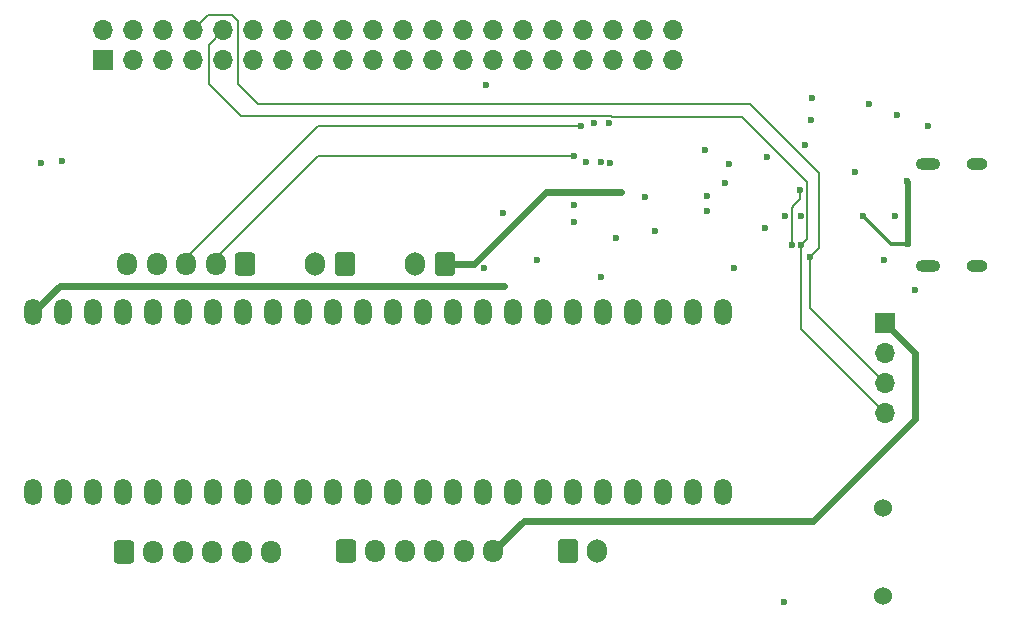
<source format=gbr>
%TF.GenerationSoftware,KiCad,Pcbnew,8.0.8*%
%TF.CreationDate,2025-03-09T10:32:03-07:00*%
%TF.ProjectId,live-video-multi-function-board,6c697665-2d76-4696-9465-6f2d6d756c74,rev?*%
%TF.SameCoordinates,Original*%
%TF.FileFunction,Copper,L4,Bot*%
%TF.FilePolarity,Positive*%
%FSLAX46Y46*%
G04 Gerber Fmt 4.6, Leading zero omitted, Abs format (unit mm)*
G04 Created by KiCad (PCBNEW 8.0.8) date 2025-03-09 10:32:03*
%MOMM*%
%LPD*%
G01*
G04 APERTURE LIST*
G04 Aperture macros list*
%AMRoundRect*
0 Rectangle with rounded corners*
0 $1 Rounding radius*
0 $2 $3 $4 $5 $6 $7 $8 $9 X,Y pos of 4 corners*
0 Add a 4 corners polygon primitive as box body*
4,1,4,$2,$3,$4,$5,$6,$7,$8,$9,$2,$3,0*
0 Add four circle primitives for the rounded corners*
1,1,$1+$1,$2,$3*
1,1,$1+$1,$4,$5*
1,1,$1+$1,$6,$7*
1,1,$1+$1,$8,$9*
0 Add four rect primitives between the rounded corners*
20,1,$1+$1,$2,$3,$4,$5,0*
20,1,$1+$1,$4,$5,$6,$7,0*
20,1,$1+$1,$6,$7,$8,$9,0*
20,1,$1+$1,$8,$9,$2,$3,0*%
G04 Aperture macros list end*
%TA.AperFunction,ComponentPad*%
%ADD10RoundRect,0.250000X-0.600000X-0.750000X0.600000X-0.750000X0.600000X0.750000X-0.600000X0.750000X0*%
%TD*%
%TA.AperFunction,ComponentPad*%
%ADD11O,1.700000X2.000000*%
%TD*%
%TA.AperFunction,ComponentPad*%
%ADD12RoundRect,0.250000X0.600000X0.750000X-0.600000X0.750000X-0.600000X-0.750000X0.600000X-0.750000X0*%
%TD*%
%TA.AperFunction,ComponentPad*%
%ADD13RoundRect,0.250000X-0.600000X-0.725000X0.600000X-0.725000X0.600000X0.725000X-0.600000X0.725000X0*%
%TD*%
%TA.AperFunction,ComponentPad*%
%ADD14O,1.700000X1.950000*%
%TD*%
%TA.AperFunction,ComponentPad*%
%ADD15RoundRect,0.250000X0.600000X0.725000X-0.600000X0.725000X-0.600000X-0.725000X0.600000X-0.725000X0*%
%TD*%
%TA.AperFunction,HeatsinkPad*%
%ADD16O,2.100000X1.000000*%
%TD*%
%TA.AperFunction,HeatsinkPad*%
%ADD17O,1.800000X1.000000*%
%TD*%
%TA.AperFunction,ComponentPad*%
%ADD18R,1.700000X1.700000*%
%TD*%
%TA.AperFunction,ComponentPad*%
%ADD19O,1.700000X1.700000*%
%TD*%
%TA.AperFunction,ComponentPad*%
%ADD20C,1.524000*%
%TD*%
%TA.AperFunction,ComponentPad*%
%ADD21O,1.500000X2.250000*%
%TD*%
%TA.AperFunction,ViaPad*%
%ADD22C,0.600000*%
%TD*%
%TA.AperFunction,Conductor*%
%ADD23C,0.609600*%
%TD*%
%TA.AperFunction,Conductor*%
%ADD24C,0.508000*%
%TD*%
%TA.AperFunction,Conductor*%
%ADD25C,0.300000*%
%TD*%
%TA.AperFunction,Conductor*%
%ADD26C,0.152400*%
%TD*%
%TA.AperFunction,Conductor*%
%ADD27C,0.200000*%
%TD*%
G04 APERTURE END LIST*
D10*
%TO.P,J8,1,Pin_1*%
%TO.N,+3.3V*%
X152500000Y-114400000D03*
D11*
%TO.P,J8,2,Pin_2*%
%TO.N,GND*%
X155000000Y-114400000D03*
%TD*%
D12*
%TO.P,J4,1,Pin_1*%
%TO.N,VBAT*%
X142100000Y-90060000D03*
D11*
%TO.P,J4,2,Pin_2*%
%TO.N,Net-(J4-Pin_2)*%
X139600000Y-90060000D03*
%TD*%
D13*
%TO.P,J9,1,Pin_1*%
%TO.N,SDN*%
X114900000Y-114425000D03*
D14*
%TO.P,J9,2,Pin_2*%
%TO.N,GPIO3*%
X117400000Y-114425000D03*
%TO.P,J9,3,Pin_3*%
%TO.N,GPIO2*%
X119900000Y-114425000D03*
%TO.P,J9,4,Pin_4*%
%TO.N,GPIO1*%
X122400000Y-114425000D03*
%TO.P,J9,5,Pin_5*%
%TO.N,GPIO0*%
X124900000Y-114425000D03*
%TO.P,J9,6,Pin_6*%
%TO.N,IRQ*%
X127400000Y-114425000D03*
%TD*%
D15*
%TO.P,J1,1,Pin_1*%
%TO.N,GND*%
X125200000Y-90060000D03*
D14*
%TO.P,J1,2,Pin_2*%
%TO.N,PWR*%
X122700000Y-90060000D03*
%TO.P,J1,3,Pin_3*%
%TO.N,IN_TG*%
X120200000Y-90060000D03*
%TO.P,J1,4,Pin_4*%
%TO.N,TXC*%
X117700000Y-90060000D03*
%TO.P,J1,5,Pin_5*%
%TO.N,RXC*%
X115200000Y-90060000D03*
%TD*%
D16*
%TO.P,J10,S1,SHIELD*%
%TO.N,GND*%
X183000000Y-90280000D03*
D17*
X187180000Y-90280000D03*
D16*
X183000000Y-81640000D03*
D17*
X187180000Y-81640000D03*
%TD*%
D18*
%TO.P,J6,1,Pin_1*%
%TO.N,+5V*%
X179350000Y-95040000D03*
D19*
%TO.P,J6,2,Pin_2*%
%TO.N,GND*%
X179350000Y-97580000D03*
%TO.P,J6,3,Pin_3*%
%TO.N,TXD*%
X179350000Y-100120000D03*
%TO.P,J6,4,Pin_4*%
%TO.N,RXD*%
X179350000Y-102660000D03*
%TD*%
D12*
%TO.P,J7,1,Pin_1*%
%TO.N,Net-(J4-Pin_2)*%
X133650000Y-90060000D03*
D11*
%TO.P,J7,2,Pin_2*%
%TO.N,GND*%
X131150000Y-90060000D03*
%TD*%
D20*
%TO.P,BZ1,1,-*%
%TO.N,Net-(BZ1--)*%
X179200000Y-110710000D03*
%TO.P,BZ1,2,+*%
%TO.N,GND*%
X179200000Y-118210000D03*
%TD*%
D13*
%TO.P,J3,1,Pin_1*%
%TO.N,CS*%
X133700000Y-114400000D03*
D14*
%TO.P,J3,2,Pin_2*%
%TO.N,MOSI*%
X136200000Y-114400000D03*
%TO.P,J3,3,Pin_3*%
%TO.N,MISO*%
X138700000Y-114400000D03*
%TO.P,J3,4,Pin_4*%
%TO.N,SCLK*%
X141200000Y-114400000D03*
%TO.P,J3,5,Pin_5*%
%TO.N,GND*%
X143700000Y-114400000D03*
%TO.P,J3,6,Pin_6*%
%TO.N,+5V*%
X146200000Y-114400000D03*
%TD*%
D21*
%TO.P,Teensy4.1,0,RX1*%
%TO.N,unconnected-(Teensy4.1-RX1-Pad0)*%
X109770000Y-109400000D03*
%TO.P,Teensy4.1,1,TX1*%
%TO.N,unconnected-(Teensy4.1-TX1-Pad1)*%
X112310000Y-109400000D03*
%TO.P,Teensy4.1,2,PWM*%
%TO.N,SDN*%
X114850000Y-109400000D03*
%TO.P,Teensy4.1,3,PWM*%
%TO.N,GPIO3*%
X117390000Y-109400000D03*
%TO.P,Teensy4.1,3V,3.3V*%
%TO.N,+3.3V*%
X142790000Y-109400000D03*
%TO.P,Teensy4.1,3V1,3.3V*%
%TO.N,+3.3V1*%
X112310000Y-94160000D03*
%TO.P,Teensy4.1,4,PWM*%
%TO.N,GPIO2*%
X119930000Y-109400000D03*
%TO.P,Teensy4.1,5,PWM*%
%TO.N,GPIO1*%
X122470000Y-109400000D03*
%TO.P,Teensy4.1,5V,VIN*%
%TO.N,+5V*%
X107230000Y-94160000D03*
%TO.P,Teensy4.1,6,PWM*%
%TO.N,GPIO0*%
X125010000Y-109400000D03*
%TO.P,Teensy4.1,7,RX2*%
%TO.N,IRQ*%
X127550000Y-109400000D03*
%TO.P,Teensy4.1,8,TX2*%
%TO.N,unconnected-(Teensy4.1-TX2-Pad8)*%
X130090000Y-109400000D03*
%TO.P,Teensy4.1,9,PWM*%
%TO.N,unconnected-(Teensy4.1-PWM-Pad9)*%
X132630000Y-109400000D03*
%TO.P,Teensy4.1,10,CS*%
%TO.N,CS*%
X135170000Y-109400000D03*
%TO.P,Teensy4.1,11,MOSI*%
%TO.N,MOSI*%
X137710000Y-109400000D03*
%TO.P,Teensy4.1,12,MISO*%
%TO.N,MISO*%
X140250000Y-109400000D03*
%TO.P,Teensy4.1,13,SCK*%
%TO.N,SCLK*%
X140250000Y-94160000D03*
%TO.P,Teensy4.1,14,A0*%
%TO.N,unconnected-(Teensy4.1-A0-Pad14)*%
X137710000Y-94160000D03*
%TO.P,Teensy4.1,15,A1*%
%TO.N,unconnected-(Teensy4.1-A1-Pad15)*%
X135170000Y-94160000D03*
%TO.P,Teensy4.1,16,A2*%
%TO.N,unconnected-(Teensy4.1-A2-Pad16)*%
X132630000Y-94160000D03*
%TO.P,Teensy4.1,17,A3*%
%TO.N,unconnected-(Teensy4.1-A3-Pad17)*%
X130090000Y-94160000D03*
%TO.P,Teensy4.1,18,SDA*%
%TO.N,SDA1*%
X127550000Y-94160000D03*
%TO.P,Teensy4.1,19,SCL*%
%TO.N,SCL1*%
X125010000Y-94160000D03*
%TO.P,Teensy4.1,20,TX5*%
%TO.N,TXC*%
X122470000Y-94160000D03*
%TO.P,Teensy4.1,21,RX5*%
%TO.N,RXC*%
X119930000Y-94160000D03*
%TO.P,Teensy4.1,22,PWM*%
%TO.N,unconnected-(Teensy4.1-PWM-Pad22)*%
X117390000Y-94160000D03*
%TO.P,Teensy4.1,23,PWM*%
%TO.N,unconnected-(Teensy4.1-PWM-Pad23)*%
X114850000Y-94160000D03*
%TO.P,Teensy4.1,24,SCL2*%
%TO.N,unconnected-(Teensy4.1-SCL2-Pad24)*%
X145330000Y-109400000D03*
%TO.P,Teensy4.1,25,SDA2*%
%TO.N,unconnected-(Teensy4.1-SDA2-Pad25)*%
X147870000Y-109400000D03*
%TO.P,Teensy4.1,26,MOSI1*%
%TO.N,unconnected-(Teensy4.1-MOSI1-Pad26)*%
X150410000Y-109400000D03*
%TO.P,Teensy4.1,27,SCK1*%
%TO.N,unconnected-(Teensy4.1-SCK1-Pad27)*%
X152950000Y-109400000D03*
%TO.P,Teensy4.1,28,RX7*%
%TO.N,unconnected-(Teensy4.1-RX7-Pad28)*%
X155490000Y-109400000D03*
%TO.P,Teensy4.1,29,TX7*%
%TO.N,unconnected-(Teensy4.1-TX7-Pad29)*%
X158030000Y-109400000D03*
%TO.P,Teensy4.1,30,GPIO*%
%TO.N,unconnected-(Teensy4.1-GPIO-Pad30)*%
X160570000Y-109400000D03*
%TO.P,Teensy4.1,31,GPIO*%
%TO.N,unconnected-(Teensy4.1-GPIO-Pad31)*%
X163110000Y-109400000D03*
%TO.P,Teensy4.1,32,GPIO*%
%TO.N,STAT1*%
X165650000Y-109400000D03*
%TO.P,Teensy4.1,33,PWM*%
%TO.N,Net-(BZ1--)*%
X165650000Y-94160000D03*
%TO.P,Teensy4.1,34,RX8*%
%TO.N,unconnected-(Teensy4.1-RX8-Pad34)*%
X163110000Y-94160000D03*
%TO.P,Teensy4.1,35,TX8*%
%TO.N,unconnected-(Teensy4.1-TX8-Pad35)*%
X160570000Y-94160000D03*
%TO.P,Teensy4.1,36,PWM*%
%TO.N,unconnected-(Teensy4.1-PWM-Pad36)*%
X158030000Y-94160000D03*
%TO.P,Teensy4.1,37,PWM*%
%TO.N,unconnected-(Teensy4.1-PWM-Pad37)*%
X155490000Y-94160000D03*
%TO.P,Teensy4.1,38,CS1*%
%TO.N,unconnected-(Teensy4.1-CS1-Pad38)*%
X152950000Y-94160000D03*
%TO.P,Teensy4.1,39,MISO1*%
%TO.N,unconnected-(Teensy4.1-MISO1-Pad39)*%
X150410000Y-94160000D03*
%TO.P,Teensy4.1,40,A16*%
%TO.N,unconnected-(Teensy4.1-A16-Pad40)*%
X147870000Y-94160000D03*
%TO.P,Teensy4.1,41,A17*%
%TO.N,unconnected-(Teensy4.1-A17-Pad41)*%
X145330000Y-94160000D03*
%TO.P,Teensy4.1,G,GND*%
%TO.N,GND*%
X107230000Y-109400000D03*
%TO.P,Teensy4.1,G1,GND*%
X109770000Y-94160000D03*
%TO.P,Teensy4.1,G2,GND*%
X142790000Y-94160000D03*
%TD*%
D18*
%TO.P,J2,1,3.3V*%
%TO.N,unconnected-(J2-3.3V-Pad1)*%
X113200000Y-72780000D03*
D19*
%TO.P,J2,2,5V*%
%TO.N,+5V*%
X113200000Y-70240000D03*
%TO.P,J2,3,SDA*%
%TO.N,SDA1*%
X115740000Y-72780000D03*
%TO.P,J2,4,5V*%
%TO.N,+5V*%
X115740000Y-70240000D03*
%TO.P,J2,5,SCL*%
%TO.N,SCL1*%
X118280000Y-72780000D03*
%TO.P,J2,6,GND*%
%TO.N,GND*%
X118280000Y-70240000D03*
%TO.P,J2,7,GPIO4*%
%TO.N,unconnected-(J2-GPIO4-Pad7)*%
X120820000Y-72780000D03*
%TO.P,J2,8,TXD*%
%TO.N,TXD*%
X120820000Y-70240000D03*
%TO.P,J2,9,GND*%
%TO.N,GND*%
X123360000Y-72780000D03*
%TO.P,J2,10,RXD*%
%TO.N,RXD*%
X123360000Y-70240000D03*
%TO.P,J2,11,GPIO17*%
%TO.N,unconnected-(J2-GPIO17-Pad11)*%
X125900000Y-72780000D03*
%TO.P,J2,12,GPIO18*%
%TO.N,unconnected-(J2-GPIO18-Pad12)*%
X125900000Y-70240000D03*
%TO.P,J2,13,GPIO27*%
%TO.N,unconnected-(J2-GPIO27-Pad13)*%
X128440000Y-72780000D03*
%TO.P,J2,14,GND*%
%TO.N,GND*%
X128440000Y-70240000D03*
%TO.P,J2,15,GPIO22*%
%TO.N,unconnected-(J2-GPIO22-Pad15)*%
X130980000Y-72780000D03*
%TO.P,J2,16,GPIO23*%
%TO.N,unconnected-(J2-GPIO23-Pad16)*%
X130980000Y-70240000D03*
%TO.P,J2,17,3.3V*%
%TO.N,unconnected-(J2-3.3V-Pad17)*%
X133520000Y-72780000D03*
%TO.P,J2,18,GPIO24*%
%TO.N,unconnected-(J2-GPIO24-Pad18)*%
X133520000Y-70240000D03*
%TO.P,J2,19,MOSI*%
%TO.N,unconnected-(J2-MOSI-Pad19)*%
X136060000Y-72780000D03*
%TO.P,J2,20,GND*%
%TO.N,GND*%
X136060000Y-70240000D03*
%TO.P,J2,21,MISO*%
%TO.N,unconnected-(J2-MISO-Pad21)*%
X138600000Y-72780000D03*
%TO.P,J2,22,GPIO25*%
%TO.N,unconnected-(J2-GPIO25-Pad22)*%
X138600000Y-70240000D03*
%TO.P,J2,23,SCLK*%
%TO.N,unconnected-(J2-SCLK-Pad23)*%
X141140000Y-72780000D03*
%TO.P,J2,24,GPIO8*%
%TO.N,unconnected-(J2-GPIO8-Pad24)*%
X141140000Y-70240000D03*
%TO.P,J2,25,GND*%
%TO.N,GND*%
X143680000Y-72780000D03*
%TO.P,J2,26,GPIO7*%
%TO.N,unconnected-(J2-GPIO7-Pad26)*%
X143680000Y-70240000D03*
%TO.P,J2,27,GPIO0*%
%TO.N,unconnected-(J2-GPIO0-Pad27)*%
X146220000Y-72780000D03*
%TO.P,J2,28,GPIO1*%
%TO.N,unconnected-(J2-GPIO1-Pad28)*%
X146220000Y-70240000D03*
%TO.P,J2,29,GPIO5*%
%TO.N,unconnected-(J2-GPIO5-Pad29)*%
X148760000Y-72780000D03*
%TO.P,J2,30,GND*%
%TO.N,GND*%
X148760000Y-70240000D03*
%TO.P,J2,31,GPIO6*%
%TO.N,TG*%
X151300000Y-72780000D03*
%TO.P,J2,32,GPIO12*%
%TO.N,unconnected-(J2-GPIO12-Pad32)*%
X151300000Y-70240000D03*
%TO.P,J2,33,GPIO13*%
%TO.N,unconnected-(J2-GPIO13-Pad33)*%
X153840000Y-72780000D03*
%TO.P,J2,34,GND*%
%TO.N,GND*%
X153840000Y-70240000D03*
%TO.P,J2,35,GPIO19*%
%TO.N,unconnected-(J2-GPIO19-Pad35)*%
X156380000Y-72780000D03*
%TO.P,J2,36,GPIO16*%
%TO.N,unconnected-(J2-GPIO16-Pad36)*%
X156380000Y-70240000D03*
%TO.P,J2,37,GPIO26*%
%TO.N,unconnected-(J2-GPIO26-Pad37)*%
X158920000Y-72780000D03*
%TO.P,J2,38,GPIO20*%
%TO.N,unconnected-(J2-GPIO20-Pad38)*%
X158920000Y-70240000D03*
%TO.P,J2,39,GND*%
%TO.N,GND*%
X161460000Y-72780000D03*
%TO.P,J2,40,GPIO21*%
%TO.N,unconnected-(J2-GPIO21-Pad40)*%
X161460000Y-70240000D03*
%TD*%
D22*
%TO.N,GND*%
X156000000Y-78160000D03*
X153000000Y-85110000D03*
X170918800Y-86010000D03*
X154074265Y-81460000D03*
X181950000Y-92260000D03*
X147000000Y-85774600D03*
X169200000Y-87010000D03*
X180350000Y-77460000D03*
X153000000Y-86510000D03*
X176800000Y-82310000D03*
X180238779Y-86010001D03*
X164300000Y-84310000D03*
X155350000Y-81460000D03*
X159050000Y-84410000D03*
X173100000Y-77910000D03*
X145400000Y-90410000D03*
X164299017Y-85608240D03*
X165800000Y-83210000D03*
X145600000Y-74960000D03*
X156100000Y-81510000D03*
X172223800Y-86010000D03*
X170850000Y-118660000D03*
X107915000Y-81490000D03*
X166200000Y-81610000D03*
X178000000Y-76560000D03*
X155300000Y-91210000D03*
X166600000Y-90410000D03*
X173200000Y-76010000D03*
X172600000Y-80010000D03*
X109715000Y-81390000D03*
X183050000Y-78360000D03*
X179300000Y-89760000D03*
X156600000Y-87860000D03*
X169400000Y-81010000D03*
X159900000Y-87310000D03*
X149900000Y-89755400D03*
X154700000Y-78160000D03*
X164100000Y-80410000D03*
%TO.N,+5V*%
X147100000Y-91910000D03*
%TO.N,VBUS*%
X181305000Y-88350000D03*
X177500000Y-86010000D03*
X181205000Y-83050000D03*
%TO.N,Net-(U4-3V3OUT)*%
X171495000Y-88510000D03*
X172203889Y-83779821D03*
%TO.N,VBAT*%
X157040000Y-84000000D03*
%TO.N,RXD*%
X172295003Y-88510000D03*
%TO.N,TXD*%
X173000000Y-89456000D03*
%TO.N,PWR*%
X153000000Y-80910000D03*
%TO.N,IN_TG*%
X153591433Y-78418567D03*
%TD*%
D23*
%TO.N,+5V*%
X148790000Y-111810000D02*
X146200000Y-114400000D01*
X173300000Y-111810000D02*
X148790000Y-111810000D01*
X179350000Y-95040000D02*
X181900000Y-97590000D01*
X109480000Y-91910000D02*
X107230000Y-94160000D01*
X181900000Y-103210000D02*
X173300000Y-111810000D01*
X181900000Y-97590000D02*
X181900000Y-103210000D01*
X145500000Y-91910000D02*
X147100000Y-91910000D01*
X145500000Y-91910000D02*
X109480000Y-91910000D01*
D24*
%TO.N,VBUS*%
X181305000Y-83150000D02*
X181205000Y-83050000D01*
D25*
X177500000Y-86010000D02*
X179840000Y-88350000D01*
D26*
X181105000Y-88350000D02*
X181305000Y-88350000D01*
D24*
X181305000Y-88350000D02*
X181305000Y-83150000D01*
D25*
X179840000Y-88350000D02*
X181305000Y-88350000D01*
D26*
%TO.N,Net-(U4-3V3OUT)*%
X172203889Y-84606111D02*
X172203889Y-83779821D01*
X171495000Y-88510000D02*
X171495000Y-85315000D01*
X171495000Y-85315000D02*
X171700000Y-85110000D01*
X171700000Y-85110000D02*
X172203889Y-84606111D01*
D23*
%TO.N,VBAT*%
X142100000Y-90060000D02*
X144611840Y-90060000D01*
X150671840Y-84000000D02*
X157040000Y-84000000D01*
X144611840Y-90060000D02*
X150671840Y-84000000D01*
D26*
%TO.N,RXD*%
X172800000Y-88005003D02*
X172800000Y-83110000D01*
X124873800Y-77583800D02*
X122100000Y-74810000D01*
X122100000Y-74810000D02*
X122100000Y-71500000D01*
X179350000Y-102660000D02*
X172295003Y-95605003D01*
X122100000Y-71500000D02*
X123360000Y-70240000D01*
X172295003Y-88510000D02*
X172800000Y-88005003D01*
X167300000Y-77610000D02*
X156264870Y-77610000D01*
X156238670Y-77583800D02*
X124873800Y-77583800D01*
X172800000Y-83110000D02*
X167300000Y-77610000D01*
X172295003Y-95605003D02*
X172295003Y-88510000D01*
X156264870Y-77610000D02*
X156238670Y-77583800D01*
%TO.N,TXD*%
X179350000Y-100120000D02*
X173000000Y-93770000D01*
X126300000Y-76510000D02*
X167898368Y-76510000D01*
X124600000Y-74810000D02*
X126300000Y-76510000D01*
X122050000Y-69010000D02*
X124100000Y-69010000D01*
X173000000Y-93770000D02*
X173000000Y-89456000D01*
X124100000Y-69010000D02*
X124600000Y-69510000D01*
X173750000Y-82361632D02*
X173750000Y-88706000D01*
X124600000Y-69510000D02*
X124600000Y-74810000D01*
X167898368Y-76510000D02*
X173750000Y-82361632D01*
X173750000Y-88706000D02*
X173000000Y-89456000D01*
X120820000Y-70240000D02*
X122050000Y-69010000D01*
D27*
%TO.N,PWR*%
X122700000Y-89610000D02*
X131400000Y-80910000D01*
X153000000Y-80910000D02*
X131400000Y-80910000D01*
X122700000Y-90060000D02*
X122700000Y-89610000D01*
%TO.N,IN_TG*%
X153591433Y-78418567D02*
X131391433Y-78418567D01*
X120200000Y-89610000D02*
X131391433Y-78418567D01*
X120200000Y-90060000D02*
X120200000Y-89610000D01*
%TD*%
M02*

</source>
